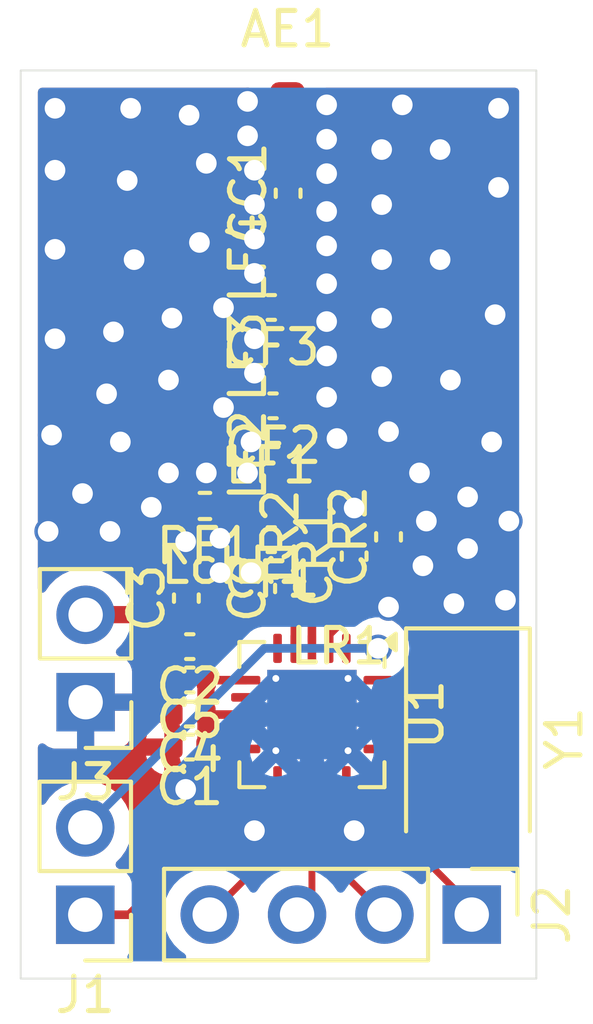
<source format=kicad_pcb>
(kicad_pcb (version 20240108) (generator "pcbnew") (generator_version "8.0")
  (layers (0 "F.Cu" signal) (31 "B.Cu" signal) (34 "B.Paste" user) (35 "F.Paste" user) (36 "B.SilkS" user "B.Silkscreen") (37 "F.SilkS" user "F.Silkscreen") (38 "B.Mask" user) (39 "F.Mask" user) (44 "Edge.Cuts" user))
  (net 0 "")
  (net 1 "+3.3V")
  (net 2 "~{RF_EN}")
  (net 5 "~{RF_IRQ}")
  (net 6 "Net-(U1-TX)")
  (net 10 "Net-(U1-RXp)")
  (net 11 "Net-(U1-XOUT)")
  (net 12 "MISO")
  (net 13 "~{RF_CS}")
  (net 14 "Net-(U1-RXn)")
  (net 15 "MOSI")
  (net 17 "SCLK")
  (net 18 "Net-(U1-XIN)")
  (net 20 "Net-(AE1-A)")
  (net 21 "GND")
  (net 22 "Net-(C6-Pad2)")
  (net 23 "Net-(CC1-Pad1)")
  (net 24 "Net-(CF1-Pad2)")
  (net 25 "Net-(CF2-Pad1)")
  (net 26 "Net-(CF3-Pad1)")
  (footprint "Inductor_SMD:L_0402_1005Metric" (layer "F.Cu") (at 118.18 51.355 90)
    (property "Reference" "LF4" (at 0 -1.17 90) (layer "F.SilkS"))
    (property "Value" "47n")
    (pad "1" smd roundrect (at -0.485 0 90) (size 0.59 0.64) (layers "F.Cu" "F.Paste" "F.Mask") (net 26 "Net-(CF3-Pad1)"))
    (pad "2" smd roundrect (at 0.485 0 90) (size 0.59 0.64) (layers "F.Cu" "F.Paste" "F.Mask") (net 23 "Net-(CC1-Pad1)"))
  )
  (footprint "Capacitor_SMD:C_0402_1005Metric" (layer "F.Cu") (at 117.74 55.65 180)
    (property "Reference" "CF2" (at 0 -1.16 360) (layer "F.SilkS"))
    (property "Value" "20p")
    (fp_line (start -0.107836 0.36) (end 0.107836 0.36) (stroke (width 0.12)) (layer "F.SilkS"))
    (fp_line (start -0.107836 -0.36) (end 0.107836 -0.36) (stroke (width 0.12)) (layer "F.SilkS"))
    (pad "1" smd roundrect (at -0.48 0 180) (size 0.56 0.62) (layers "F.Cu" "F.Paste" "F.Mask") (net 25 "Net-(CF2-Pad1)"))
    (pad "2" smd roundrect (at 0.48 0 180) (size 0.56 0.62) (layers "F.Cu" "F.Paste" "F.Mask") (net 21 "GND"))
  )
  (footprint "Capacitor_SMD:C_0402_1005Metric" (layer "F.Cu") (at 115.22 61.24 90)
    (property "Reference" "C3" (at 0 -1.16 90) (layer "F.SilkS"))
    (property "Value" "100n")
    (fp_line (start -0.107836 -0.36) (end 0.107836 -0.36) (stroke (width 0.12)) (layer "F.SilkS"))
    (fp_line (start -0.107836 0.36) (end 0.107836 0.36) (stroke (width 0.12)) (layer "F.SilkS"))
    (pad "1" smd roundrect (at -0.48 0 90) (size 0.56 0.62) (layers "F.Cu" "F.Paste" "F.Mask") (net 1 "+3.3V"))
    (pad "2" smd roundrect (at 0.48 0 90) (size 0.56 0.62) (layers "F.Cu" "F.Paste" "F.Mask") (net 21 "GND"))
  )
  (footprint "Connector_PinHeader_2.54mm:PinHeader_1x02_P2.54mm_Vertical" (layer "F.Cu") (at 112.28 70.445 180)
    (property "Reference" "J1" (at 0 -2.33 360) (layer "F.SilkS"))
    (property "Value" "GPIO")
    (fp_line (start 1.33 1.27) (end 1.33 3.87) (stroke (width 0.12)) (layer "F.SilkS"))
    (fp_line (start -1.33 3.87) (end 1.33 3.87) (stroke (width 0.12)) (layer "F.SilkS"))
    (fp_line (start -1.33 1.27) (end 1.33 1.27) (stroke (width 0.12)) (layer "F.SilkS"))
    (fp_line (start -1.33 1.27) (end -1.33 3.87) (stroke (width 0.12)) (layer "F.SilkS"))
    (fp_line (start -1.33 0) (end -1.33 -1.33) (stroke (width 0.12)) (layer "F.SilkS"))
    (fp_line (start -1.33 -1.33) (end 0 -1.33) (stroke (width 0.12)) (layer "F.SilkS"))
    (pad "1" thru_hole rect (at 0 0 180) (size 1.7 1.7) (drill 1) (layers "*.Cu" "*.Mask") (net 5 "~{RF_IRQ}"))
    (pad "2" thru_hole oval (at 0 2.54 180) (size 1.7 1.7) (drill 1) (layers "*.Cu" "*.Mask") (net 2 "~{RF_EN}"))
  )
  (footprint "Capacitor_SMD:C_0402_1005Metric" (layer "F.Cu") (at 120.1 60.02 90)
    (property "Reference" "CR1" (at 0 -1.16 90) (layer "F.SilkS"))
    (property "Value" "14p")
    (fp_line (start -0.107836 -0.36) (end 0.107836 -0.36) (stroke (width 0.12)) (layer "F.SilkS"))
    (fp_line (start -0.107836 0.36) (end 0.107836 0.36) (stroke (width 0.12)) (layer "F.SilkS"))
    (pad "1" smd roundrect (at -0.48 0 90) (size 0.56 0.62) (layers "F.Cu" "F.Paste" "F.Mask") (net 14 "Net-(U1-RXn)"))
    (pad "2" smd roundrect (at 0.48 0 90) (size 0.56 0.62) (layers "F.Cu" "F.Paste" "F.Mask") (net 21 "GND"))
  )
  (footprint "Capacitor_SMD:C_0402_1005Metric" (layer "F.Cu") (at 115.32 62.65 180)
    (property "Reference" "C2" (at 0 -1.16 360) (layer "F.SilkS"))
    (property "Value" "100n")
    (fp_line (start -0.107836 0.36) (end 0.107836 0.36) (stroke (width 0.12)) (layer "F.SilkS"))
    (fp_line (start -0.107836 -0.36) (end 0.107836 -0.36) (stroke (width 0.12)) (layer "F.SilkS"))
    (pad "1" smd roundrect (at -0.48 0 180) (size 0.56 0.62) (layers "F.Cu" "F.Paste" "F.Mask") (net 1 "+3.3V"))
    (pad "2" smd roundrect (at 0.48 0 180) (size 0.56 0.62) (layers "F.Cu" "F.Paste" "F.Mask") (net 21 "GND"))
  )
  (footprint "Capacitor_SMD:C_0402_1005Metric" (layer "F.Cu") (at 118.18 49.47 90)
    (property "Reference" "CC1" (at 0 -1.16 90) (layer "F.SilkS"))
    (property "Value" "10n")
    (fp_line (start -0.107836 -0.36) (end 0.107836 -0.36) (stroke (width 0.12)) (layer "F.SilkS"))
    (fp_line (start -0.107836 0.36) (end 0.107836 0.36) (stroke (width 0.12)) (layer "F.SilkS"))
    (pad "1" smd roundrect (at -0.48 0 90) (size 0.56 0.62) (layers "F.Cu" "F.Paste" "F.Mask") (net 23 "Net-(CC1-Pad1)"))
    (pad "2" smd roundrect (at 0.48 0 90) (size 0.56 0.62) (layers "F.Cu" "F.Paste" "F.Mask") (net 20 "Net-(AE1-A)"))
  )
  (footprint "Package_DFN_QFN:QFN-20-1EP_4x4mm_P0.5mm_EP2.6x2.6mm_ThermalVias" (layer "F.Cu") (at 118.872 64.625 -90)
    (property "Reference" "U1" (at 0 -3.3 90) (layer "F.SilkS"))
    (property "Value" "Si4463")
    (fp_line (start -2.11 2.11) (end -2.11 1.385) (stroke (width 0.12)) (layer "F.SilkS"))
    (fp_line (start -1.385 2.11) (end -2.11 2.11) (stroke (width 0.12)) (layer "F.SilkS"))
    (fp_line (start 1.385 2.11) (end 2.11 2.11) (stroke (width 0.12)) (layer "F.SilkS"))
    (fp_line (start 2.11 2.11) (end 2.11 1.385) (stroke (width 0.12)) (layer "F.SilkS"))
    (fp_line (start -2.11 -1.385) (end -2.11 -1.87) (stroke (width 0.12)) (layer "F.SilkS"))
    (fp_line (start -1.385 -2.11) (end -1.81 -2.11) (stroke (width 0.12)) (layer "F.SilkS"))
    (fp_line (start 1.385 -2.11) (end 2.11 -2.11) (stroke (width 0.12)) (layer "F.SilkS"))
    (fp_line (start 2.11 -2.11) (end 2.11 -1.385) (stroke (width 0.12)) (layer "F.SilkS"))
    (fp_poly (pts (xy -2.11 -2.11) (xy -2.35 -2.44) (xy -1.87 -2.44) (xy -2.11 -2.11)) (stroke (width 0.12)) (fill solid) (layer "F.SilkS"))
    (pad "1" smd roundrect (at -1.925 -1 270) (size 0.85 0.25) (layers "F.Cu" "F.Paste" "F.Mask") (net 2 "~{RF_EN}"))
    (pad "2" smd roundrect (at -1.925 -0.5 270) (size 0.85 0.25) (layers "F.Cu" "F.Paste" "F.Mask") (net 10 "Net-(U1-RXp)"))
    (pad "3" smd roundrect (at -1.925 0 270) (size 0.85 0.25) (layers "F.Cu" "F.Paste" "F.Mask") (net 14 "Net-(U1-RXn)"))
    (pad "4" smd roundrect (at -1.925 0.5 270) (size 0.85 0.25) (layers "F.Cu" "F.Paste" "F.Mask") (net 6 "Net-(U1-TX)"))
    (pad "5" smd roundrect (at -1.925 1 270) (size 0.85 0.25) (layers "F.Cu" "F.Paste" "F.Mask"))
    (pad "6" smd roundrect (at -1 1.925 270) (size 0.25 0.85) (layers "F.Cu" "F.Paste" "F.Mask") (net 1 "+3.3V"))
    (pad "7" smd roundrect (at -0.5 1.925 270) (size 0.25 0.85) (layers "F.Cu" "F.Paste" "F.Mask"))
    (pad "8" smd roundrect (at 0 1.925 270) (size 0.25 0.85) (layers "F.Cu" "F.Paste" "F.Mask") (net 1 "+3.3V"))
    (pad "9" smd roundrect (at 0.5 1.925 270) (size 0.25 0.85) (layers "F.Cu" "F.Paste" "F.Mask"))
    (pad "10" smd roundrect (at 1 1.925 270) (size 0.25 0.85) (layers "F.Cu" "F.Paste" "F.Mask"))
    (pad "11" smd roundrect (at 1.925 1 270) (size 0.85 0.25) (layers "F.Cu" "F.Paste" "F.Mask") (net 5 "~{RF_IRQ}"))
    (pad "12" smd roundrect (at 1.925 0.5 270) (size 0.85 0.25) (layers "F.Cu" "F.Paste" "F.Mask") (net 17 "SCLK"))
    (pad "13" smd roundrect (at 1.925 0 270) (size 0.85 0.25) (layers "F.Cu" "F.Paste" "F.Mask") (net 12 "MISO"))
    (pad "14" smd roundrect (at 1.925 -0.5 270) (size 0.85 0.25) (layers "F.Cu" "F.Paste" "F.Mask") (net 15 "MOSI"))
    (pad "15" smd roundrect (at 1.925 -1 270) (size 0.85 0.25) (layers "F.Cu" "F.Paste" "F.Mask") (net 13 "~{RF_CS}"))
    (pad "16" smd roundrect (at 1 -1.925 270) (size 0.25 0.85) (layers "F.Cu" "F.Paste" "F.Mask") (net 11 "Net-(U1-XOUT)"))
    (pad "17" smd roundrect (at 0.5 -1.925 270) (size 0.25 0.85) (layers "F.Cu" "F.Paste" "F.Mask") (net 18 "Net-(U1-XIN)"))
    (pad "18" smd roundrect (at 0 -1.925 270) (size 0.25 0.85) (layers "F.Cu" "F.Paste" "F.Mask"))
    (pad "19" smd roundrect (at -0.5 -1.925 270) (size 0.25 0.85) (layers "F.Cu" "F.Paste" "F.Mask"))
    (pad "20" smd roundrect (at -1 -1.925 270) (size 0.25 0.85) (layers "F.Cu" "F.Paste" "F.Mask"))
    (pad "21" thru_hole circle (at -1.05 -1.05 270) (size 0.5 0.5) (drill 0.2) (property pad_prop_heatsink) (layers "*.Cu") (net 21 "GND"))
    (pad "21" thru_hole circle (at -1.05 1.05 270) (size 0.5 0.5) (drill 0.2) (property pad_prop_heatsink) (layers "*.Cu") (net 21 "GND"))
    (pad "21" smd rect (at 0 0 270) (size 2.6 2.6) (property pad_prop_heatsink) (layers "F.Cu" "F.Mask") (net 21 "GND"))
    (pad "21" smd rect (at 0 0 270) (size 2.6 2.6) (property pad_prop_heatsink) (layers "B.Cu") (net 21 "GND"))
    (pad "21" thru_hole circle (at 1.05 -1.05 270) (size 0.5 0.5) (drill 0.2) (property pad_prop_heatsink) (layers "*.Cu") (net 21 "GND"))
    (pad "21" thru_hole circle (at 1.05 1.05 270) (size 0.5 0.5) (drill 0.2) (property pad_prop_heatsink) (layers "*.Cu") (net 21 "GND"))
  )
  (footprint "Capacitor_SMD:C_0402_1005Metric" (layer "F.Cu") (at 115.32 63.62 180)
    (property "Reference" "C5" (at 0 -1.16 360) (layer "F.SilkS"))
    (property "Value" "100p")
    (fp_line (start -0.107836 0.36) (end 0.107836 0.36) (stroke (width 0.12)) (layer "F.SilkS"))
    (fp_line (start -0.107836 -0.36) (end 0.107836 -0.36) (stroke (width 0.12)) (layer "F.SilkS"))
    (pad "1" smd roundrect (at -0.48 0 180) (size 0.56 0.62) (layers "F.Cu" "F.Paste" "F.Mask") (net 1 "+3.3V"))
    (pad "2" smd roundrect (at 0.48 0 180) (size 0.56 0.62) (layers "F.Cu" "F.Paste" "F.Mask") (net 21 "GND"))
  )
  (footprint "Crystal:Crystal_SMD_Abracon_ABM3-2Pin_5.0x3.2mm" (layer "F.Cu") (at 123.41 65.32 -90)
    (property "Reference" "Y1" (at 0 -2.8 90) (layer "F.SilkS"))
    (property "Value" "30MHz")
    (fp_line (start -3.2 1.8) (end 2.7 1.8) (stroke (width 0.12)) (layer "F.SilkS"))
    (fp_line (start -3.2 -1.8) (end -3.2 1.8) (stroke (width 0.12)) (layer "F.SilkS"))
    (fp_line (start 2.7 -1.8) (end -3.2 -1.8) (stroke (width 0.12)) (layer "F.SilkS"))
    (pad "1" smd rect (at -2.05 0 270) (size 1.9 2.4) (layers "F.Cu" "F.Paste" "F.Mask") (net 18 "Net-(U1-XIN)"))
    (pad "2" smd rect (at 2.05 0 270) (size 1.9 2.4) (layers "F.Cu" "F.Paste" "F.Mask") (net 11 "Net-(U1-XOUT)"))
  )
  (footprint "Inductor_SMD:L_0402_1005Metric" (layer "F.Cu") (at 118.18 54.22 90)
    (property "Reference" "LF3" (at 0 -1.17 90) (layer "F.SilkS"))
    (property "Value" "68n")
    (pad "1" smd roundrect (at -0.485 0 90) (size 0.59 0.64) (layers "F.Cu" "F.Paste" "F.Mask") (net 25 "Net-(CF2-Pad1)"))
    (pad "2" smd roundrect (at 0.485 0 90) (size 0.59 0.64) (layers "F.Cu" "F.Paste" "F.Mask") (net 26 "Net-(CF3-Pad1)"))
  )
  (footprint "Capacitor_SMD:C_0402_1005Metric" (layer "F.Cu") (at 117.69 59.54 180)
    (property "Reference" "CF1" (at 0 -1.16 360) (layer "F.SilkS"))
    (property "Value" "36p")
    (fp_line (start -0.107836 0.36) (end 0.107836 0.36) (stroke (width 0.12)) (layer "F.SilkS"))
    (fp_line (start -0.107836 -0.36) (end 0.107836 -0.36) (stroke (width 0.12)) (layer "F.SilkS"))
    (pad "1" smd roundrect (at -0.48 0 180) (size 0.56 0.62) (layers "F.Cu" "F.Paste" "F.Mask") (net 22 "Net-(C6-Pad2)"))
    (pad "2" smd roundrect (at 0.48 0 180) (size 0.56 0.62) (layers "F.Cu" "F.Paste" "F.Mask") (net 24 "Net-(CF1-Pad2)"))
  )
  (footprint "Inductor_SMD:L_0402_1005Metric" (layer "F.Cu") (at 116.6598 61.468)
    (property "Reference" "Lchk1" (at 0 -1.17 0) (layer "F.SilkS"))
    (property "Value" "390n")
    (pad "1" smd roundrect (at -0.485 0) (size 0.59 0.64) (layers "F.Cu" "F.Paste" "F.Mask") (net 1 "+3.3V"))
    (pad "2" smd roundrect (at 0.485 0) (size 0.59 0.64) (layers "F.Cu" "F.Paste" "F.Mask") (net 6 "Net-(U1-TX)"))
  )
  (footprint "Capacitor_SMD:C_0402_1005Metric" (layer "F.Cu") (at 118.1608 60.96 90)
    (property "Reference" "C6" (at 0 -1.16 90) (layer "F.SilkS"))
    (property "Value" "470p")
    (fp_line (start -0.107836 -0.36) (end 0.107836 -0.36) (stroke (width 0.12)) (layer "F.SilkS"))
    (fp_line (start -0.107836 0.36) (end 0.107836 0.36) (stroke (width 0.12)) (layer "F.SilkS"))
    (pad "1" smd roundrect (at -0.48 0 90) (size 0.56 0.62) (layers "F.Cu" "F.Paste" "F.Mask") (net 6 "Net-(U1-TX)"))
    (pad "2" smd roundrect (at 0.48 0 90) (size 0.56 0.62) (layers "F.Cu" "F.Paste" "F.Mask") (net 22 "Net-(C6-Pad2)"))
  )
  (footprint "Capacitor_SMD:C_0402_1005Metric" (layer "F.Cu") (at 115.31 64.61 180)
    (property "Reference" "C4" (at 0 -1.16 360) (layer "F.SilkS"))
    (property "Value" "470p")
    (fp_line (start -0.107836 0.36) (end 0.107836 0.36) (stroke (width 0.12)) (layer "F.SilkS"))
    (fp_line (start -0.107836 -0.36) (end 0.107836 -0.36) (stroke (width 0.12)) (layer "F.SilkS"))
    (pad "1" smd roundrect (at -0.48 0 180) (size 0.56 0.62) (layers "F.Cu" "F.Paste" "F.Mask") (net 1 "+3.3V"))
    (pad "2" smd roundrect (at 0.48 0 180) (size 0.56 0.62) (layers "F.Cu" "F.Paste" "F.Mask") (net 21 "GND"))
  )
  (footprint "Inductor_SMD:L_0402_1005Metric" (layer "F.Cu") (at 119.126 59.459 90)
    (property "Reference" "LR2" (at 0 -1.17 90) (layer "F.SilkS"))
    (property "Value" "180n")
    (pad "1" smd roundrect (at -0.485 0 90) (size 0.59 0.64) (layers "F.Cu" "F.Paste" "F.Mask") (net 14 "Net-(U1-RXn)"))
    (pad "2" smd roundrect (at 0.485 0 90) (size 0.59 0.64) (layers "F.Cu" "F.Paste" "F.Mask") (net 22 "Net-(C6-Pad2)"))
  )
  (footprint "Connector_PinHeader_2.54mm:PinHeader_1x04_P2.54mm_Vertical" (layer "F.Cu") (at 123.52 70.44 -90)
    (property "Reference" "J2" (at 0 -2.33 90) (layer "F.SilkS"))
    (property "Value" "SPI")
    (fp_line (start -1.33 8.95) (end 1.33 8.95) (stroke (width 0.12)) (layer "F.SilkS"))
    (fp_line (start -1.33 1.27) (end -1.33 8.95) (stroke (width 0.12)) (layer "F.SilkS"))
    (fp_line (start -1.33 1.27) (end 1.33 1.27) (stroke (width 0.12)) (layer "F.SilkS"))
    (fp_line (start 1.33 1.27) (end 1.33 8.95) (stroke (width 0.12)) (layer "F.SilkS"))
    (fp_line (start -1.33 0) (end -1.33 -1.33) (stroke (width 0.12)) (layer "F.SilkS"))
    (fp_line (start -1.33 -1.33) (end 0 -1.33) (stroke (width 0.12)) (layer "F.SilkS"))
    (pad "1" thru_hole rect (at 0 0 270) (size 1.7 1.7) (drill 1) (layers "*.Cu" "*.Mask") (net 13 "~{RF_CS}"))
    (pad "2" thru_hole oval (at 0 2.54 270) (size 1.7 1.7) (drill 1) (layers "*.Cu" "*.Mask") (net 15 "MOSI"))
    (pad "3" thru_hole oval (at 0 5.08 270) (size 1.7 1.7) (drill 1) (layers "*.Cu" "*.Mask") (net 12 "MISO"))
    (pad "4" thru_hole oval (at 0 7.62 270) (size 1.7 1.7) (drill 1) (layers "*.Cu" "*.Mask") (net 17 "SCLK"))
  )
  (footprint "Connector_Wire:SolderWirePad_1x01_SMD_1x2mm" (layer "F.Cu") (at 118.16 47.24)
    (property "Reference" "AE1" (at 0 -2.54 0) (layer "F.SilkS"))
    (property "Value" "Antenna")
    (pad "1" smd roundrect (at 0 0) (size 1 2) (layers "F.Cu" "F.Paste" "F.Mask") (net 20 "Net-(AE1-A)"))
  )
  (footprint "Capacitor_SMD:C_0402_1005Metric" (layer "F.Cu") (at 121.1 59.4588 90)
    (property "Reference" "CR2" (at 0 -1.16 90) (layer "F.SilkS"))
    (property "Value" "6.8p")
    (fp_line (start -0.107836 -0.36) (end 0.107836 -0.36) (stroke (width 0.12)) (layer "F.SilkS"))
    (fp_line (start -0.107836 0.36) (end 0.107836 0.36) (stroke (width 0.12)) (layer "F.SilkS"))
    (pad "1" smd roundrect (at -0.48 0 90) (size 0.56 0.62) (layers "F.Cu" "F.Paste" "F.Mask") (net 10 "Net-(U1-RXp)"))
    (pad "2" smd roundrect (at 0.48 0 90) (size 0.56 0.62) (layers "F.Cu" "F.Paste" "F.Mask") (net 22 "Net-(C6-Pad2)"))
  )
  (footprint "Inductor_SMD:L_0402_1005Metric" (layer "F.Cu") (at 118.18 57.085 90)
    (property "Reference" "LF2" (at 0 -1.17 90) (layer "F.SilkS"))
    (property "Value" "47n")
    (pad "1" smd roundrect (at -0.485 0 90) (size 0.59 0.64) (layers "F.Cu" "F.Paste" "F.Mask") (net 22 "Net-(C6-Pad2)"))
    (pad "2" smd roundrect (at 0.485 0 90) (size 0.59 0.64) (layers "F.Cu" "F.Paste" "F.Mask") (net 25 "Net-(CF2-Pad1)"))
  )
  (footprint "Resistor_SMD:R_0402_1005Metric" (layer "F.Cu") (at 115.76 58.56 180)
    (property "Reference" "RF1" (at 0 -1.17 360) (layer "F.SilkS"))
    (property "Value" "50")
    (fp_line (start -0.153641 0.38) (end 0.153641 0.38) (stroke (width 0.12)) (layer "F.SilkS"))
    (fp_line (start -0.153641 -0.38) (end 0.153641 -0.38) (stroke (width 0.12)) (layer "F.SilkS"))
    (pad "1" smd roundrect (at -0.51 0 180) (size 0.54 0.64) (layers "F.Cu" "F.Paste" "F.Mask") (net 24 "Net-(CF1-Pad2)"))
    (pad "2" smd roundrect (at 0.51 0 180) (size 0.54 0.64) (layers "F.Cu" "F.Paste" "F.Mask") (net 21 "GND"))
  )
  (footprint "Connector_PinHeader_2.54mm:PinHeader_1x02_P2.54mm_Vertical" (layer "F.Cu") (at 112.29 64.265 180)
    (property "Reference" "J3" (at 0 -2.33 360) (layer "F.SilkS"))
    (property "Value" "PWR")
    (fp_line (start 1.33 1.27) (end 1.33 3.87) (stroke (width 0.12)) (layer "F.SilkS"))
    (fp_line (start -1.33 3.87) (end 1.33 3.87) (stroke (width 0.12)) (layer "F.SilkS"))
    (fp_line (start -1.33 1.27) (end 1.33 1.27) (stroke (width 0.12)) (layer "F.SilkS"))
    (fp_line (start -1.33 1.27) (end -1.33 3.87) (stroke (width 0.12)) (layer "F.SilkS"))
    (fp_line (start -1.33 0) (end -1.33 -1.33) (stroke (width 0.12)) (layer "F.SilkS"))
    (fp_line (start -1.33 -1.33) (end 0 -1.33) (stroke (width 0.12)) (layer "F.SilkS"))
    (pad "1" thru_hole rect (at 0 0 180) (size 1.7 1.7) (drill 1) (layers "*.Cu" "*.Mask") (net 21 "GND"))
    (pad "2" thru_hole oval (at 0 2.54 180) (size 1.7 1.7) (drill 1) (layers "*.Cu" "*.Mask") (net 1 "+3.3V"))
  )
  (footprint "Inductor_SMD:L_0402_1005Metric" (layer "F.Cu") (at 117.67 58.55)
    (property "Reference" "LF1" (at 0 -1.17 0) (layer "F.SilkS"))
    (property "Value" "33n")
    (pad "1" smd roundrect (at -0.485 0) (size 0.59 0.64) (layers "F.Cu" "F.Paste" "F.Mask") (net 24 "Net-(CF1-Pad2)"))
    (pad "2" smd roundrect (at 0.485 0) (size 0.59 0.64) (layers "F.Cu" "F.Paste" "F.Mask") (net 22 "Net-(C6-Pad2)"))
  )
  (footprint "Inductor_SMD:L_0402_1005Metric" (layer "F.Cu") (at 119.634 61.468 180)
    (property "Reference" "LR1" (at 0 -1.17 0) (layer "F.SilkS"))
    (property "Value" "300n")
    (pad "1" smd roundrect (at -0.485 0 180) (size 0.59 0.64) (layers "F.Cu" "F.Paste" "F.Mask") (net 10 "Net-(U1-RXp)"))
    (pad "2" smd roundrect (at 0.485 0 180) (size 0.59 0.64) (layers "F.Cu" "F.Paste" "F.Mask") (net 14 "Net-(U1-RXn)"))
  )
  (footprint "Capacitor_SMD:C_0402_1005Metric" (layer "F.Cu") (at 117.69 52.79 180)
    (property "Reference" "CF3" (at 0 -1.16 360) (layer "F.SilkS"))
    (property "Value" "20p")
    (fp_line (start -0.107836 0.36) (end 0.107836 0.36) (stroke (width 0.12)) (layer "F.SilkS"))
    (fp_line (start -0.107836 -0.36) (end 0.107836 -0.36) (stroke (width 0.12)) (layer "F.SilkS"))
    (pad "1" smd roundrect (at -0.48 0 180) (size 0.56 0.62) (layers "F.Cu" "F.Paste" "F.Mask") (net 26 "Net-(CF3-Pad1)"))
    (pad "2" smd roundrect (at 0.48 0 180) (size 0.56 0.62) (layers "F.Cu" "F.Paste" "F.Mask") (net 21 "GND"))
  )
  (footprint "Capacitor_SMD:C_0402_1005Metric" (layer "F.Cu") (at 115.31 65.57 180)
    (property "Reference" "C1" (at 0 -1.16 360) (layer "F.SilkS"))
    (property "Value" "2.2u")
    (fp_line (start -0.107836 0.36) (end 0.107836 0.36) (stroke (width 0.12)) (layer "F.SilkS"))
    (fp_line (start -0.107836 -0.36) (end 0.107836 -0.36) (stroke (width 0.12)) (layer "F.SilkS"))
    (pad "1" smd roundrect (at -0.48 0 180) (size 0.56 0.62) (layers "F.Cu" "F.Paste" "F.Mask") (net 1 "+3.3V"))
    (pad "2" smd roundrect (at 0.48 0 180) (size 0.56 0.62) (layers "F.Cu" "F.Paste" "F.Mask") (net 21 "GND"))
  )
  (gr_line (start 121.1 57.7) (end 118.16 57.7) (stroke (width 0.64)) (layer "F.Cu") (net 22))
  (gr_line (start 118.18 48.965) (end 118.18 47.215) (stroke (width 0.62)) (layer "F.Cu") (net 20))
  (gr_line (start 118.18 50.81) (end 118.18 49.98) (stroke (width 0.62)) (layer "F.Cu") (net 23))
  (gr_line (start 120.1 60.5) (end 119.1 60.5) (stroke (width 0.56)) (layer "F.Cu") (net 14))
  (gr_line (start 118.55 57.55) (end 118.39 57.39) (stroke (width 0.2)) (layer "F.Cu") (net 22))
  (gr_line (start 118.18 56.57) (end 118.18 54.74) (stroke (width 0.64)) (layer "F.Cu") (net 25))
  (gr_line (start 117.19 59.56) (end 117.19 58.56) (stroke (width 0.59)) (layer "F.Cu") (net 24))
  (gr_line (start 116.32 58.56) (end 117.16 58.56) (stroke (width 0.64)) (layer "F.Cu") (net 24))
  (gr_line (start 117.1448 61.468) (end 118.1608 61.468) (stroke (width 0.64)) (layer "F.Cu") (net 6))
  (gr_line (start 118.07 48.72) (end 117.78 48.07) (stroke (width 0.2)) (layer "F.Cu") (net 20))
  (gr_line (start 118.18 53.71) (end 118.18 51.87) (stroke (width 0.64)) (layer "F.Cu") (net 26))
  (gr_line (start 118.872 62.484) (end 118.872 59.775) (stroke (width 0.25)) (layer "F.Cu") (net 14))
  (gr_line (start 121.1 58.95) (end 121.1 57.79) (stroke (width 0.62)) (layer "F.Cu") (net 22))
  (gr_line (start 119.126 59.975) (end 119.126 61.468) (stroke (width 0.64)) (layer "F.Cu") (net 14))
  (gr_line (start 118.37 48.64) (end 118.56 48.01) (stroke (width 0.2)) (layer "F.Cu") (net 20))
  (gr_line (start 118.16 60.45) (end 118.16 57.85) (stroke (width 0.62)) (layer "F.Cu") (net 22))
  (gr_line (start 118.375 61.9178) (end 118.375 62.8322) (stroke (width 0.25)) (layer "F.Cu") (net 6))
  (gr_line (start 119.12 58.95) (end 119.12 57.83) (stroke (width 0.64)) (layer "F.Cu") (net 22))
  (gr_arc (start 118.11 61.663747) (mid 118.294875 61.740325) (end 118.371453 61.9252) (stroke (width 0.25)) (layer "F.Cu") (net 6))
  (gr_rect (start 110.4 45.9) (end 125.4 72.3) (stroke (width 0.05)) (fill none) (layer "Edge.Cuts"))
  (segment (start 115.79 63.63) (end 115.8 63.62) (width 0.25) (layer "F.Cu") (net 1))
  (segment (start 115.8 62.65) (end 115.8 61.8428) (width 0.5) (layer "F.Cu") (net 1))
  (segment (start 115.22 61.72) (end 112.295 61.72) (width 0.5) (layer "F.Cu") (net 1))
  (segment (start 116.947 63.625) (end 115.805 63.625) (width 0.25) (layer "F.Cu") (net 1))
  (segment (start 115.8 63.62) (end 115.8 62.65) (width 0.5) (layer "F.Cu") (net 1))
  (segment (start 112.295 61.72) (end 112.29 61.725) (width 0.25) (layer "F.Cu") (net 1))
  (segment (start 116.947 64.625) (end 115.805 64.625) (width 0.25) (layer "F.Cu") (net 1))
  (segment (start 115.8 61.8428) (end 116.1748 61.468) (width 0.5) (layer "F.Cu") (net 1))
  (segment (start 115.6772 61.72) (end 115.8 61.8428) (width 0.25) (layer "F.Cu") (net 1))
  (segment (start 115.79 65.57) (end 115.79 64.61) (width 0.5) (layer "F.Cu") (net 1))
  (segment (start 115.805 63.625) (end 115.8 63.62) (width 0.25) (layer "F.Cu") (net 1))
  (segment (start 115.22 61.72) (end 115.6772 61.72) (width 0.5) (layer "F.Cu") (net 1))
  (segment (start 115.79 64.61) (end 115.79 63.63) (width 0.5) (layer "F.Cu") (net 1))
  (segment (start 115.805 64.625) (end 115.79 64.61) (width 0.25) (layer "F.Cu") (net 1))
  (segment (start 119.872 62.7) (end 120.8 62.7) (width 0.25) (layer "F.Cu") (net 2))
  (via (at 120.8 62.7) (size 0.8) (drill 0.6) (layers "F.Cu" "B.Cu") (net 2))
  (segment (start 120.8 62.7) (end 117.485 62.7) (width 0.25) (layer "B.Cu") (net 2))
  (segment (start 117.485 62.7) (end 112.28 67.905) (width 0.25) (layer "B.Cu") (net 2))
  (segment (start 117.45 66.55) (end 113.555 70.445) (width 0.25) (layer "F.Cu") (net 5))
  (segment (start 113.555 70.445) (end 112.28 70.445) (width 0.25) (layer "F.Cu") (net 5))
  (segment (start 117.872 66.55) (end 117.45 66.55) (width 0.25) (layer "F.Cu") (net 5))
  (segment (start 120.142 61.445) (end 120.119 61.468) (width 0.2) (layer "F.Cu") (net 10))
  (segment (start 120.119 61.5418) (end 120.119 61.468) (width 0.2) (layer "F.Cu") (net 10))
  (segment (start 119.372 62.738) (end 119.372 62.2888) (width 0.25) (layer "F.Cu") (net 10))
  (segment (start 119.372 62.2888) (end 120.119 61.5418) (width 0.25) (layer "F.Cu") (net 10))
  (segment (start 121.665 65.625) (end 123.41 67.37) (width 0.25) (layer "F.Cu") (net 11))
  (segment (start 120.797 65.625) (end 121.665 65.625) (width 0.25) (layer "F.Cu") (net 11))
  (segment (start 118.872 66.55) (end 118.872 70.008) (width 0.2) (layer "F.Cu") (net 12))
  (segment (start 118.872 70.008) (end 118.44 70.44) (width 0.2) (layer "F.Cu") (net 12))
  (segment (start 123.52 70.198) (end 123.52 70.44) (width 0.2) (layer "F.Cu") (net 13))
  (segment (start 119.872 66.55) (end 123.52 70.198) (width 0.2) (layer "F.Cu") (net 13))
  (segment (start 119.149 60.048) (end 119.126 60.025) (width 0.2) (layer "F.Cu") (net 14))
  (segment (start 119.372 66.55) (end 119.372 68.832) (width 0.2) (layer "F.Cu") (net 15))
  (segment (start 119.372 68.832) (end 120.98 70.44) (width 0.2) (layer "F.Cu") (net 15))
  (segment (start 118.372 67.968) (end 115.9 70.44) (width 0.2) (layer "F.Cu") (net 17))
  (segment (start 118.372 66.55) (end 118.372 67.968) (width 0.2) (layer "F.Cu") (net 17))
  (segment (start 121.555 65.125) (end 123.41 63.27) (width 0.25) (layer "F.Cu") (net 18))
  (segment (start 120.797 65.125) (end 121.555 65.125) (width 0.25) (layer "F.Cu") (net 18))
  (segment (start 118.84467 64.625) (end 116.66967 66.8) (width 0.1) (layer "F.Cu") (net 21))
  (segment (start 116.66967 66.8) (end 115.2 66.8) (width 0.1) (layer "F.Cu") (net 21))
  (segment (start 120.1 59.54) (end 120.1 58.62) (width 0.25) (layer "F.Cu") (net 21))
  (segment (start 118.872 64.625) (end 118.84467 64.625) (width 0.1) (layer "F.Cu") (net 21))
  (via (at 119.3 47.9) (size 0.8) (drill 0.6) (layers "F.Cu" "B.Cu") (net 21))
  (via (at 120.9 54.8) (size 0.8) (drill 0.6) (layers "F.Cu" "B.Cu") (net 21))
  (via (at 119.3 50) (size 0.8) (drill 0.6) (layers "F.Cu" "B.Cu") (net 21))
  (via (at 120.1 58.62) (size 0.8) (drill 0.6) (layers "F.Cu" "B.Cu") (net 21))
  (via (at 111.2 59.3) (size 0.8) (drill 0.6) (layers "F.Cu" "B.Cu") (net 21))
  (via (at 111.4 53.7) (size 0.8) (drill 0.6) (layers "F.Cu" "B.Cu") (net 21))
  (via (at 116.3 52.8) (size 0.8) (drill 0.6) (layers "F.Cu" "B.Cu") (net 21))
  (via (at 117.2 48.8) (size 0.8) (drill 0.6) (layers "F.Cu" "B.Cu") (net 21))
  (via (at 123.4 58.3) (size 0.8) (drill 0.6) (layers "F.Cu" "B.Cu") (net 21))
  (via (at 113.5 49.1) (size 0.8) (drill 0.6) (layers "F.Cu" "B.Cu") (net 21))
  (via (at 111.4 48.8) (size 0.8) (drill 0.6) (layers "F.Cu" "B.Cu") (net 21))
  (via (at 115.6 50.9) (size 0.8) (drill 0.6) (layers "F.Cu" "B.Cu") (net 21))
  (via (at 120.9 48.2) (size 0.8) (drill 0.6) (layers "F.Cu" "B.Cu") (net 21))
  (via (at 122.2 59) (size 0.8) (drill 0.6) (layers "F.Cu" "B.Cu") (net 21))
  (via (at 111.4 51.1) (size 0.8) (drill 0.6) (layers "F.Cu" "B.Cu") (net 21))
  (via (at 116.2 59.5) (size 0.8) (drill 0.6) (layers "F.Cu" "B.Cu") (net 21))
  (via (at 113.7 51.4) (size 0.8) (drill 0.6) (layers "F.Cu" "B.Cu") (net 21))
  (via (at 121.1 56.4) (size 0.8) (drill 0.6) (layers "F.Cu" "B.Cu") (net 21))
  (via (at 119.3 54.2) (size 0.8) (drill 0.6) (layers "F.Cu" "B.Cu") (net 21))
  (via (at 119.3 52.1) (size 0.8) (drill 0.6) (layers "F.Cu" "B.Cu") (net 21))
  (via (at 113.6 47) (size 0.8) (drill 0.6) (layers "F.Cu" "B.Cu") (net 21))
  (via (at 120.9 53.1) (size 0.8) (drill 0.6) (layers "F.Cu" "B.Cu") (net 21))
  (via (at 114.7 57.6) (size 0.8) (drill 0.6) (layers "F.Cu" "B.Cu") (net 21))
  (via (at 115.8 57.6) (size 0.8) (drill 0.6) (layers "F.Cu" "B.Cu") (net 21))
  (via (at 111.4 47) (size 0.8) (drill 0.6) (layers "F.Cu" "B.Cu") (net 21))
  (via (at 120.9 51.4) (size 0.8) (drill 0.6) (layers "F.Cu" "B.Cu") (net 21))
  (via (at 123 61.4) (size 0.8) (drill 0.6) (layers "F.Cu" "B.Cu") (net 21))
  (via (at 113.1 53.5) (size 0.8) (drill 0.6) (layers "F.Cu" "B.Cu") (net 21))
  (via (at 120.1 68) (size 0.8) (drill 0.6) (layers "F.Cu" "B.Cu") (net 21))
  (via (at 121.1 61.5) (size 0.8) (drill 0.6) (layers "F.Cu" "B.Cu") (net 21))
  (via (at 122.6 51.4) (size 0.8) (drill 0.6) (layers "F.Cu" "B.Cu") (net 21))
  (via (at 116.3 55.7) (size 0.8) (drill 0.6) (layers "F.Cu" "B.Cu") (net 21))
  (via (at 112.9 55.3) (size 0.8) (drill 0.6) (layers "F.Cu" "B.Cu") (net 21))
  (via (at 117.2 54.7) (size 0.8) (drill 0.6) (layers "F.Cu" "B.Cu") (net 21))
  (via (at 119.3 48.9) (size 0.8) (drill 0.6) (layers "F.Cu" "B.Cu") (net 21))
  (via (at 121.5 46.9) (size 0.8) (drill 0.6) (layers "F.Cu" "B.Cu") (net 21))
  (via (at 124.5 61.3) (size 0.8) (drill 0.6) (layers "F.Cu" "B.Cu") (net 21))
  (via (at 122.1 60.3) (size 0.8) (drill 0.6) (layers "F.Cu" "B.Cu") (net 21))
  (via (at 119.3 55.4) (size 0.8) (drill 0.6) (layers "F.Cu" "B.Cu") (net 21))
  (via (at 124.3 49.3) (size 0.8) (drill 0.6) (layers "F.Cu" "B.Cu") (net 21))
  (via (at 119.6 56.6) (size 0.8) (drill 0.6) (layers "F.Cu" "B.Cu") (net 21))
  (via (at 119.3 46.9) (size 0.8) (drill 0.6) (layers "F.Cu" "B.Cu") (net 21))
  (via (at 115.2 59.6) (size 0.8) (drill 0.6) (layers "F.Cu" "B.Cu") (net 21))
  (via (at 117.2 49.8) (size 0.8) (drill 0.6) (layers "F.Cu" "B.Cu") (net 21))
  (via (at 113.3 56.7) (size 0.8) (drill 0.6) (layers "F.Cu" "B.Cu") (net 21))
  (via (at 114.2 58.6) (size 0.8) (drill 0.6) (layers "F.Cu" "B.Cu") (net 21))
  (via (at 117.2 50.8) (size 0.8) (drill 0.6) (layers "F.Cu" "B.Cu") (net 21))
  (via (at 117 47.8) (size 0.8) (drill 0.6) (layers "F.Cu" "B.Cu") (net 21))
  (via (at 124.6 59) (size 0.8) (drill 0.6) (layers "F.Cu" "B.Cu") (net 21))
  (via (at 117.1 60.5) (size 0.8) (drill 0.6) (layers "F.Cu" "B.Cu") (net 21))
  (via (at 124.1 56.7) (size 0.8) (drill 0.6) (layers "F.Cu" "B.Cu") (net 21))
  (via (at 117.2 53.7) (size 0.8) (drill 0.6) (layers "F.Cu" "B.Cu") (net 21))
  (via (at 115.3 47.2) (size 0.8) (drill 0.6) (layers "F.Cu" "B.Cu") (net 21))
  (via (at 117 46.8) (size 0.8) (drill 0.6) (layers "F.Cu" "B.Cu") (net 21))
  (via (at 111.3 56.5) (size 0.8) (drill 0.6) (layers "F.Cu" "B.Cu") (net 21))
  (via (at 124.3 47) (size 0.8) (drill 0.6) (layers "F.Cu" "B.Cu") (net 21))
  (via (at 119.3 51) (size 0.8) (drill 0.6) (layers "F.Cu" "B.Cu") (net 21))
  (via (at 115.8 48.6) (size 0.8) (drill 0.6) (layers "F.Cu" "B.Cu") (net 21))
  (via (at 119.3 53.2) (size 0.8) (drill 0.6) (layers "F.Cu" "B.Cu") (net 21))
  (via (at 120.9 49.8) (size 0.8) (drill 0.6) (layers "F.Cu" "B.Cu") (net 21))
  (via (at 116.2 60.5) (size 0.8) (drill 0.6) (layers "F.Cu" "B.Cu") (net 21))
  (via (at 124.2 53) (size 0.8) (drill 0.6) (layers "F.Cu" "B.Cu") (net 21))
  (via (at 113 59.3) (size 0.8) (drill 0.6) (layers "F.Cu" "B.Cu") (net 21))
  (via (at 115.2 66.8) (size 0.8) (drill 0.6) (layers "F.Cu" "B.Cu") (net 21))
  (via (at 122.6 48.2) (size 0.8) (drill 0.6) (layers "F.Cu" "B.Cu") (net 21))
  (via (at 114.8 53.1) (size 0.8) (drill 0.6) (layers "F.Cu" "B.Cu") (net 21))
  (via (at 117.2 51.8) (size 0.8) (drill 0.6) (layers "F.Cu" "B.Cu") (net 21))
  (via (at 117 57.6) (size 0.8) (drill 0.6) (layers "F.Cu" "B.Cu") (net 21))
  (via (at 117.1 56.7) (size 0.8) (drill 0.6) (layers "F.Cu" "B.Cu") (net 21))
  (via (at 112.2 58.2) (size 0.8) (drill 0.6) (layers "F.Cu" "B.Cu") (net 21))
  (via (at 122 57.6) (size 0.8) (drill 0.6) (layers "F.Cu" "B.Cu") (net 21))
  (via (at 117.2 68) (size 0.8) (drill 0.6) (layers "F.Cu" "B.Cu") (net 21))
  (via (at 123.4 59.8) (size 0.8) (drill 0.6) (layers "F.Cu" "B.Cu") (net 21))
  (via (at 122.9 54.9) (size 0.8) (drill 0.6) (layers "F.Cu" "B.Cu") (net 21))
  (via (at 114.7 54.9) (size 0.8) (drill 0.6) (layers "F.Cu" "B.Cu") (net 21))
  (zone (net 21) (net_name "GND") (layers "F&B.Cu") (connect_pads (clearance 0.5)) (min_thickness 0.25) (fill yes (thermal_gap 0.5) (thermal_bridge_width 0.5))
    (polygon (pts (xy 109.8 45.4) (xy 109.8 72.8) (xy 125.8 72.8) (xy 126 72.6) (xy 126 45.4)))
  )
)
</source>
